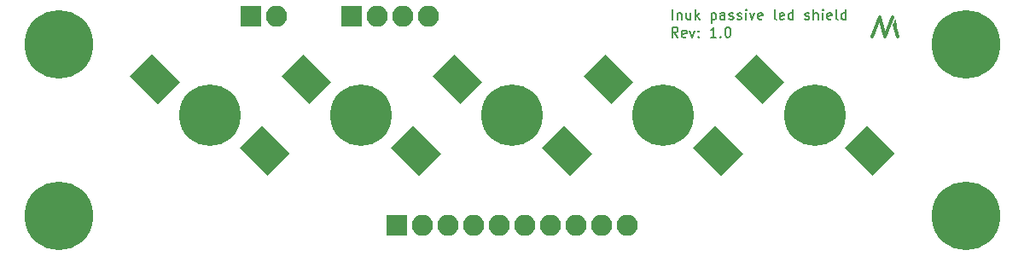
<source format=gbr>
G04 #@! TF.GenerationSoftware,KiCad,Pcbnew,(5.1.5-0-10_14)*
G04 #@! TF.CreationDate,2020-04-19T21:27:58+02:00*
G04 #@! TF.ProjectId,inuk-passive-led-shield,696e756b-2d70-4617-9373-6976652d6c65,rev?*
G04 #@! TF.SameCoordinates,Original*
G04 #@! TF.FileFunction,Soldermask,Top*
G04 #@! TF.FilePolarity,Negative*
%FSLAX46Y46*%
G04 Gerber Fmt 4.6, Leading zero omitted, Abs format (unit mm)*
G04 Created by KiCad (PCBNEW (5.1.5-0-10_14)) date 2020-04-19 21:27:58*
%MOMM*%
%LPD*%
G04 APERTURE LIST*
%ADD10C,0.150000*%
%ADD11C,0.350000*%
%ADD12C,0.100000*%
%ADD13C,1.200000*%
%ADD14C,6.800000*%
%ADD15C,6.100000*%
%ADD16O,2.100000X2.100000*%
%ADD17R,2.100000X2.100000*%
G04 APERTURE END LIST*
D10*
X121440476Y-122302380D02*
X121107142Y-121826190D01*
X120869047Y-122302380D02*
X120869047Y-121302380D01*
X121250000Y-121302380D01*
X121345238Y-121350000D01*
X121392857Y-121397619D01*
X121440476Y-121492857D01*
X121440476Y-121635714D01*
X121392857Y-121730952D01*
X121345238Y-121778571D01*
X121250000Y-121826190D01*
X120869047Y-121826190D01*
X122250000Y-122254761D02*
X122154761Y-122302380D01*
X121964285Y-122302380D01*
X121869047Y-122254761D01*
X121821428Y-122159523D01*
X121821428Y-121778571D01*
X121869047Y-121683333D01*
X121964285Y-121635714D01*
X122154761Y-121635714D01*
X122250000Y-121683333D01*
X122297619Y-121778571D01*
X122297619Y-121873809D01*
X121821428Y-121969047D01*
X122630952Y-121635714D02*
X122869047Y-122302380D01*
X123107142Y-121635714D01*
X123488095Y-122207142D02*
X123535714Y-122254761D01*
X123488095Y-122302380D01*
X123440476Y-122254761D01*
X123488095Y-122207142D01*
X123488095Y-122302380D01*
X123488095Y-121683333D02*
X123535714Y-121730952D01*
X123488095Y-121778571D01*
X123440476Y-121730952D01*
X123488095Y-121683333D01*
X123488095Y-121778571D01*
X125250000Y-122302380D02*
X124678571Y-122302380D01*
X124964285Y-122302380D02*
X124964285Y-121302380D01*
X124869047Y-121445238D01*
X124773809Y-121540476D01*
X124678571Y-121588095D01*
X125678571Y-122207142D02*
X125726190Y-122254761D01*
X125678571Y-122302380D01*
X125630952Y-122254761D01*
X125678571Y-122207142D01*
X125678571Y-122302380D01*
X126345238Y-121302380D02*
X126440476Y-121302380D01*
X126535714Y-121350000D01*
X126583333Y-121397619D01*
X126630952Y-121492857D01*
X126678571Y-121683333D01*
X126678571Y-121921428D01*
X126630952Y-122111904D01*
X126583333Y-122207142D01*
X126535714Y-122254761D01*
X126440476Y-122302380D01*
X126345238Y-122302380D01*
X126250000Y-122254761D01*
X126202380Y-122207142D01*
X126154761Y-122111904D01*
X126107142Y-121921428D01*
X126107142Y-121683333D01*
X126154761Y-121492857D01*
X126202380Y-121397619D01*
X126250000Y-121350000D01*
X126345238Y-121302380D01*
X120904761Y-120552380D02*
X120904761Y-119552380D01*
X121380952Y-119885714D02*
X121380952Y-120552380D01*
X121380952Y-119980952D02*
X121428571Y-119933333D01*
X121523809Y-119885714D01*
X121666666Y-119885714D01*
X121761904Y-119933333D01*
X121809523Y-120028571D01*
X121809523Y-120552380D01*
X122714285Y-119885714D02*
X122714285Y-120552380D01*
X122285714Y-119885714D02*
X122285714Y-120409523D01*
X122333333Y-120504761D01*
X122428571Y-120552380D01*
X122571428Y-120552380D01*
X122666666Y-120504761D01*
X122714285Y-120457142D01*
X123190476Y-120552380D02*
X123190476Y-119552380D01*
X123285714Y-120171428D02*
X123571428Y-120552380D01*
X123571428Y-119885714D02*
X123190476Y-120266666D01*
X124761904Y-119885714D02*
X124761904Y-120885714D01*
X124761904Y-119933333D02*
X124857142Y-119885714D01*
X125047619Y-119885714D01*
X125142857Y-119933333D01*
X125190476Y-119980952D01*
X125238095Y-120076190D01*
X125238095Y-120361904D01*
X125190476Y-120457142D01*
X125142857Y-120504761D01*
X125047619Y-120552380D01*
X124857142Y-120552380D01*
X124761904Y-120504761D01*
X126095238Y-120552380D02*
X126095238Y-120028571D01*
X126047619Y-119933333D01*
X125952380Y-119885714D01*
X125761904Y-119885714D01*
X125666666Y-119933333D01*
X126095238Y-120504761D02*
X126000000Y-120552380D01*
X125761904Y-120552380D01*
X125666666Y-120504761D01*
X125619047Y-120409523D01*
X125619047Y-120314285D01*
X125666666Y-120219047D01*
X125761904Y-120171428D01*
X126000000Y-120171428D01*
X126095238Y-120123809D01*
X126523809Y-120504761D02*
X126619047Y-120552380D01*
X126809523Y-120552380D01*
X126904761Y-120504761D01*
X126952380Y-120409523D01*
X126952380Y-120361904D01*
X126904761Y-120266666D01*
X126809523Y-120219047D01*
X126666666Y-120219047D01*
X126571428Y-120171428D01*
X126523809Y-120076190D01*
X126523809Y-120028571D01*
X126571428Y-119933333D01*
X126666666Y-119885714D01*
X126809523Y-119885714D01*
X126904761Y-119933333D01*
X127333333Y-120504761D02*
X127428571Y-120552380D01*
X127619047Y-120552380D01*
X127714285Y-120504761D01*
X127761904Y-120409523D01*
X127761904Y-120361904D01*
X127714285Y-120266666D01*
X127619047Y-120219047D01*
X127476190Y-120219047D01*
X127380952Y-120171428D01*
X127333333Y-120076190D01*
X127333333Y-120028571D01*
X127380952Y-119933333D01*
X127476190Y-119885714D01*
X127619047Y-119885714D01*
X127714285Y-119933333D01*
X128190476Y-120552380D02*
X128190476Y-119885714D01*
X128190476Y-119552380D02*
X128142857Y-119600000D01*
X128190476Y-119647619D01*
X128238095Y-119600000D01*
X128190476Y-119552380D01*
X128190476Y-119647619D01*
X128571428Y-119885714D02*
X128809523Y-120552380D01*
X129047619Y-119885714D01*
X129809523Y-120504761D02*
X129714285Y-120552380D01*
X129523809Y-120552380D01*
X129428571Y-120504761D01*
X129380952Y-120409523D01*
X129380952Y-120028571D01*
X129428571Y-119933333D01*
X129523809Y-119885714D01*
X129714285Y-119885714D01*
X129809523Y-119933333D01*
X129857142Y-120028571D01*
X129857142Y-120123809D01*
X129380952Y-120219047D01*
X131190476Y-120552380D02*
X131095238Y-120504761D01*
X131047619Y-120409523D01*
X131047619Y-119552380D01*
X131952380Y-120504761D02*
X131857142Y-120552380D01*
X131666666Y-120552380D01*
X131571428Y-120504761D01*
X131523809Y-120409523D01*
X131523809Y-120028571D01*
X131571428Y-119933333D01*
X131666666Y-119885714D01*
X131857142Y-119885714D01*
X131952380Y-119933333D01*
X132000000Y-120028571D01*
X132000000Y-120123809D01*
X131523809Y-120219047D01*
X132857142Y-120552380D02*
X132857142Y-119552380D01*
X132857142Y-120504761D02*
X132761904Y-120552380D01*
X132571428Y-120552380D01*
X132476190Y-120504761D01*
X132428571Y-120457142D01*
X132380952Y-120361904D01*
X132380952Y-120076190D01*
X132428571Y-119980952D01*
X132476190Y-119933333D01*
X132571428Y-119885714D01*
X132761904Y-119885714D01*
X132857142Y-119933333D01*
X134047619Y-120504761D02*
X134142857Y-120552380D01*
X134333333Y-120552380D01*
X134428571Y-120504761D01*
X134476190Y-120409523D01*
X134476190Y-120361904D01*
X134428571Y-120266666D01*
X134333333Y-120219047D01*
X134190476Y-120219047D01*
X134095238Y-120171428D01*
X134047619Y-120076190D01*
X134047619Y-120028571D01*
X134095238Y-119933333D01*
X134190476Y-119885714D01*
X134333333Y-119885714D01*
X134428571Y-119933333D01*
X134904761Y-120552380D02*
X134904761Y-119552380D01*
X135333333Y-120552380D02*
X135333333Y-120028571D01*
X135285714Y-119933333D01*
X135190476Y-119885714D01*
X135047619Y-119885714D01*
X134952380Y-119933333D01*
X134904761Y-119980952D01*
X135809523Y-120552380D02*
X135809523Y-119885714D01*
X135809523Y-119552380D02*
X135761904Y-119600000D01*
X135809523Y-119647619D01*
X135857142Y-119600000D01*
X135809523Y-119552380D01*
X135809523Y-119647619D01*
X136666666Y-120504761D02*
X136571428Y-120552380D01*
X136380952Y-120552380D01*
X136285714Y-120504761D01*
X136238095Y-120409523D01*
X136238095Y-120028571D01*
X136285714Y-119933333D01*
X136380952Y-119885714D01*
X136571428Y-119885714D01*
X136666666Y-119933333D01*
X136714285Y-120028571D01*
X136714285Y-120123809D01*
X136238095Y-120219047D01*
X137285714Y-120552380D02*
X137190476Y-120504761D01*
X137142857Y-120409523D01*
X137142857Y-119552380D01*
X138095238Y-120552380D02*
X138095238Y-119552380D01*
X138095238Y-120504761D02*
X138000000Y-120552380D01*
X137809523Y-120552380D01*
X137714285Y-120504761D01*
X137666666Y-120457142D01*
X137619047Y-120361904D01*
X137619047Y-120076190D01*
X137666666Y-119980952D01*
X137714285Y-119933333D01*
X137809523Y-119885714D01*
X138000000Y-119885714D01*
X138095238Y-119933333D01*
D11*
X140740000Y-122260000D02*
X141490000Y-120260000D01*
D12*
G36*
X143100000Y-121160000D02*
G01*
X142860000Y-121250000D01*
X142800000Y-121030000D01*
X142970000Y-120570000D01*
X143100000Y-121160000D01*
G37*
X143100000Y-121160000D02*
X142860000Y-121250000D01*
X142800000Y-121030000D01*
X142970000Y-120570000D01*
X143100000Y-121160000D01*
D11*
X141490000Y-120260000D02*
X141990000Y-122260000D01*
X141990000Y-122260000D02*
X142740000Y-120260000D01*
X142940000Y-121040000D02*
X143240000Y-122260000D01*
D13*
X61697056Y-138302944D03*
X60000000Y-137600000D03*
X58302944Y-138302944D03*
X57600000Y-140000000D03*
X58302944Y-141697056D03*
X60000000Y-142400000D03*
X61697056Y-141697056D03*
X62400000Y-140000000D03*
D14*
X60000000Y-140000000D03*
D13*
X151697056Y-138302944D03*
X150000000Y-137600000D03*
X148302944Y-138302944D03*
X147600000Y-140000000D03*
X148302944Y-141697056D03*
X150000000Y-142400000D03*
X151697056Y-141697056D03*
X152400000Y-140000000D03*
D14*
X150000000Y-140000000D03*
D13*
X151697056Y-121302944D03*
X150000000Y-120600000D03*
X148302944Y-121302944D03*
X147600000Y-123000000D03*
X148302944Y-124697056D03*
X150000000Y-125400000D03*
X151697056Y-124697056D03*
X152400000Y-123000000D03*
D14*
X150000000Y-123000000D03*
D13*
X61697056Y-121302944D03*
X60000000Y-120600000D03*
X58302944Y-121302944D03*
X57600000Y-123000000D03*
X58302944Y-124697056D03*
X60000000Y-125400000D03*
X61697056Y-124697056D03*
X62400000Y-123000000D03*
D14*
X60000000Y-123000000D03*
D15*
X135000000Y-130000000D03*
D12*
G36*
X142919596Y-133818377D02*
G01*
X140727565Y-136010408D01*
X137969848Y-133252691D01*
X140161879Y-131060660D01*
X142919596Y-133818377D01*
G37*
G36*
X132030152Y-126747309D02*
G01*
X129838121Y-128939340D01*
X127080404Y-126181623D01*
X129272435Y-123989592D01*
X132030152Y-126747309D01*
G37*
D15*
X120000000Y-130000000D03*
D12*
G36*
X127919596Y-133818377D02*
G01*
X125727565Y-136010408D01*
X122969848Y-133252691D01*
X125161879Y-131060660D01*
X127919596Y-133818377D01*
G37*
G36*
X117030152Y-126747309D02*
G01*
X114838121Y-128939340D01*
X112080404Y-126181623D01*
X114272435Y-123989592D01*
X117030152Y-126747309D01*
G37*
D15*
X105000000Y-130000000D03*
D12*
G36*
X112919596Y-133818377D02*
G01*
X110727565Y-136010408D01*
X107969848Y-133252691D01*
X110161879Y-131060660D01*
X112919596Y-133818377D01*
G37*
G36*
X102030152Y-126747309D02*
G01*
X99838121Y-128939340D01*
X97080404Y-126181623D01*
X99272435Y-123989592D01*
X102030152Y-126747309D01*
G37*
D15*
X90000000Y-130000000D03*
D12*
G36*
X97919596Y-133818377D02*
G01*
X95727565Y-136010408D01*
X92969848Y-133252691D01*
X95161879Y-131060660D01*
X97919596Y-133818377D01*
G37*
G36*
X87030152Y-126747309D02*
G01*
X84838121Y-128939340D01*
X82080404Y-126181623D01*
X84272435Y-123989592D01*
X87030152Y-126747309D01*
G37*
D15*
X75000000Y-130000000D03*
D12*
G36*
X82919596Y-133818377D02*
G01*
X80727565Y-136010408D01*
X77969848Y-133252691D01*
X80161879Y-131060660D01*
X82919596Y-133818377D01*
G37*
G36*
X72030152Y-126747309D02*
G01*
X69838121Y-128939340D01*
X67080404Y-126181623D01*
X69272435Y-123989592D01*
X72030152Y-126747309D01*
G37*
D16*
X81570000Y-120220000D03*
D17*
X79030000Y-120220000D03*
D16*
X116430000Y-140970000D03*
X113890000Y-140970000D03*
X111350000Y-140970000D03*
X108810000Y-140970000D03*
X106270000Y-140970000D03*
X103730000Y-140970000D03*
X101190000Y-140970000D03*
X98650000Y-140970000D03*
X96110000Y-140970000D03*
D17*
X93570000Y-140970000D03*
D16*
X96650000Y-120220000D03*
X94110000Y-120220000D03*
X91570000Y-120220000D03*
D17*
X89030000Y-120220000D03*
M02*

</source>
